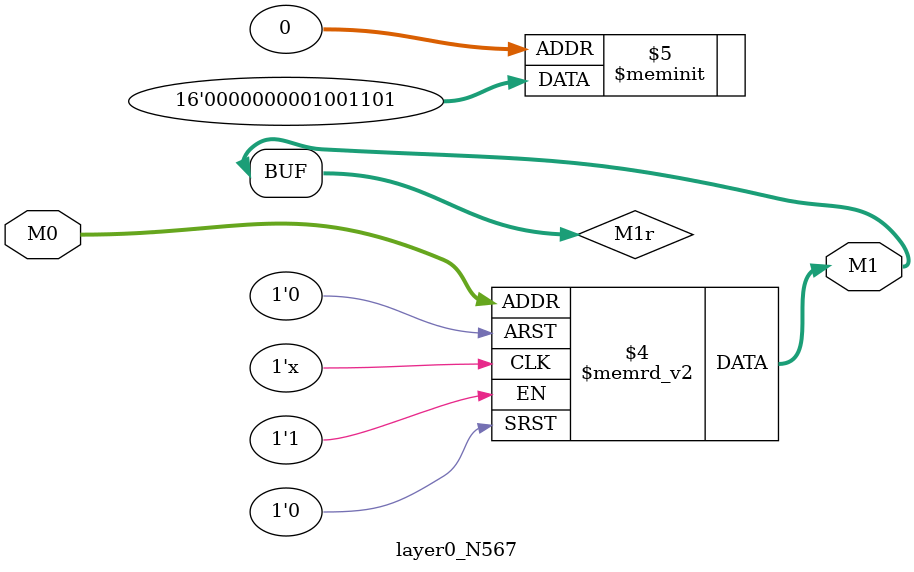
<source format=v>
module layer0_N567 ( input [2:0] M0, output [1:0] M1 );

	(*rom_style = "distributed" *) reg [1:0] M1r;
	assign M1 = M1r;
	always @ (M0) begin
		case (M0)
			3'b000: M1r = 2'b01;
			3'b100: M1r = 2'b00;
			3'b010: M1r = 2'b00;
			3'b110: M1r = 2'b00;
			3'b001: M1r = 2'b11;
			3'b101: M1r = 2'b00;
			3'b011: M1r = 2'b01;
			3'b111: M1r = 2'b00;

		endcase
	end
endmodule

</source>
